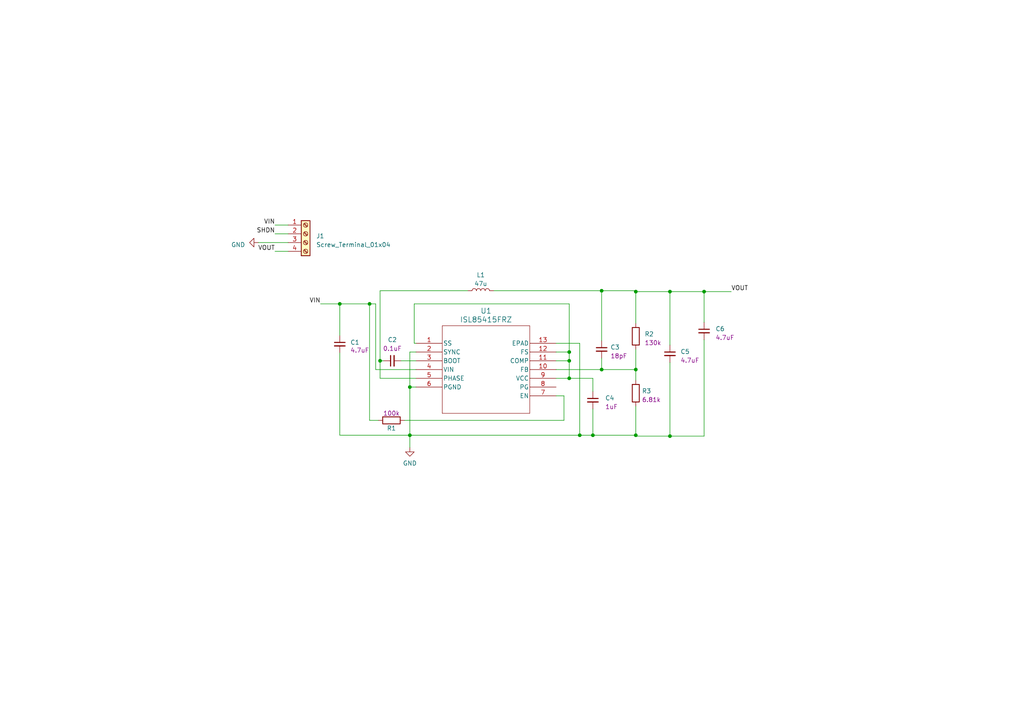
<source format=kicad_sch>
(kicad_sch (version 20230121) (generator eeschema)
  (paper "A4")
  (lib_symbols
    (symbol "2023-06-20_21-59-48:ISL85415FRZ" (pin_names (offset 0.254))
      (property "Reference" "U" (at 20.32 10.16 0))
      (property "Value" "ISL85415FRZ" (at 20.32 7.62 0))
      (symbol "ISL85415FRZ_0_1"
        (polyline (pts (xy 7.62 -20.32) (xy 33.02 -20.32)) (stroke (width 0.127)))
        (polyline (pts (xy 7.62 5.08) (xy 7.62 -20.32)) (stroke (width 0.127)))
        (polyline (pts (xy 33.02 -20.32) (xy 33.02 5.08)) (stroke (width 0.127)))
        (polyline (pts (xy 33.02 5.08) (xy 7.62 5.08)) (stroke (width 0.127)))
        (pin output line (at 0 0 0) (length 7.62) (name "SS") (number "1"))
        (pin input line (at 40.64 -7.62 180) (length 7.62) (name "FB") (number "10"))
        (pin output line (at 40.64 -5.08 180) (length 7.62) (name "COMP") (number "11"))
        (pin unspecified line (at 40.64 -2.54 180) (length 7.62) (name "FS") (number "12"))
        (pin unspecified line (at 40.64 0 180) (length 7.62) (name "EPAD") (number "13"))
        (pin input line (at 0 -2.54 0) (length 7.62) (name "SYNC") (number "2"))
        (pin unspecified line (at 0 -5.08 0) (length 7.62) (name "BOOT") (number "3"))
        (pin input line (at 0 -7.62 0) (length 7.62) (name "VIN") (number "4"))
        (pin output line (at 0 -10.16 0) (length 7.62) (name "PHASE") (number "5"))
        (pin power_in line (at 0 -12.7 0) (length 7.62) (name "PGND") (number "6"))
        (pin input line (at 40.64 -15.24 180) (length 7.62) (name "EN") (number "7"))
        (pin output line (at 40.64 -12.7 180) (length 7.62) (name "PG") (number "8"))
        (pin power_in line (at 40.64 -10.16 180) (length 7.62) (name "VCC") (number "9"))
      )
    )
    (symbol "Connector:Screw_Terminal_01x04" (pin_names (offset 1.016) hide)
      (property "Reference" "J" (at 0 5.08 0))
      (property "Value" "Screw_Terminal_01x04" (at 0 -7.62 0))
      (symbol "Screw_Terminal_01x04_1_1"
        (rectangle (start -1.27 3.81) (end 1.27 -6.35) (stroke (width 0.254)) (fill (type background)))
        (circle (center 0 -5.08) (radius 0.635) (stroke (width 0.1524)))
        (circle (center 0 -2.54) (radius 0.635) (stroke (width 0.1524)))
        (polyline (pts (xy -0.5334 -4.7498) (xy 0.3302 -5.588)) (stroke (width 0.1524)))
        (polyline (pts (xy -0.5334 -2.2098) (xy 0.3302 -3.048)) (stroke (width 0.1524)))
        (polyline (pts (xy -0.5334 0.3302) (xy 0.3302 -0.508)) (stroke (width 0.1524)))
        (polyline (pts (xy -0.5334 2.8702) (xy 0.3302 2.032)) (stroke (width 0.1524)))
        (polyline (pts (xy -0.3556 -4.572) (xy 0.508 -5.4102)) (stroke (width 0.1524)))
        (polyline (pts (xy -0.3556 -2.032) (xy 0.508 -2.8702)) (stroke (width 0.1524)))
        (polyline (pts (xy -0.3556 0.508) (xy 0.508 -0.3302)) (stroke (width 0.1524)))
        (polyline (pts (xy -0.3556 3.048) (xy 0.508 2.2098)) (stroke (width 0.1524)))
        (circle (center 0 0) (radius 0.635) (stroke (width 0.1524)))
        (circle (center 0 2.54) (radius 0.635) (stroke (width 0.1524)))
        (pin passive line (at -5.08 2.54 0) (length 3.81) (name "Pin_1") (number "1"))
        (pin passive line (at -5.08 0 0) (length 3.81) (name "Pin_2") (number "2"))
        (pin passive line (at -5.08 -2.54 0) (length 3.81) (name "Pin_3") (number "3"))
        (pin passive line (at -5.08 -5.08 0) (length 3.81) (name "Pin_4") (number "4"))
      )
    )
    (symbol "Device:L" (pin_numbers hide) (pin_names (offset 1.016) hide)
      (property "Reference" "L" (at -1.27 0 90))
      (property "Value" "L" (at 1.905 0 90))
      (symbol "L_0_1"
        (arc (start 0 -2.54) (mid 0.6323 -1.905) (end 0 -1.27))
        (arc (start 0 -1.27) (mid 0.6323 -0.635) (end 0 0))
        (arc (start 0 0) (mid 0.6323 0.635) (end 0 1.27))
        (arc (start 0 1.27) (mid 0.6323 1.905) (end 0 2.54))
      )
      (symbol "L_1_1"
        (pin passive line (at 0 3.81 270) (length 1.27) (name "1") (number "1"))
        (pin passive line (at 0 -3.81 90) (length 1.27) (name "2") (number "2"))
      )
    )
    (symbol "PCM_4ms_Capacitor:100nF_0603_16V" (pin_numbers hide) (pin_names (offset 0.254) hide)
      (property "Reference" "C" (at 1.905 1.27 0))
      (property "Display" "0.1uF" (at 1.905 -1.27 0))
      (symbol "100nF_0603_16V_0_1"
        (polyline (pts (xy -1.524 -0.508) (xy 1.524 -0.508)) (stroke (width 0.3302)))
        (polyline (pts (xy -1.524 0.508) (xy 1.524 0.508)) (stroke (width 0.3048)))
      )
      (symbol "100nF_0603_16V_1_1"
        (pin passive line (at 0 2.54 270) (length 2.032) (name "~") (number "1"))
        (pin passive line (at 0 -2.54 90) (length 2.032) (name "~") (number "2"))
      )
    )
    (symbol "PCM_4ms_Capacitor:18pF_0603_50V" (pin_numbers hide) (pin_names (offset 0.254) hide)
      (property "Reference" "C" (at 1.905 1.27 0))
      (property "Display" "18pF" (at 1.905 -1.27 0))
      (symbol "18pF_0603_50V_0_1"
        (polyline (pts (xy -1.524 -0.508) (xy 1.524 -0.508)) (stroke (width 0.3302)))
        (polyline (pts (xy -1.524 0.508) (xy 1.524 0.508)) (stroke (width 0.3048)))
      )
      (symbol "18pF_0603_50V_1_1"
        (pin passive line (at 0 2.54 270) (length 2.032) (name "~") (number "1"))
        (pin passive line (at 0 -2.54 90) (length 2.032) (name "~") (number "2"))
      )
    )
    (symbol "PCM_4ms_Capacitor:1uF_0603_25V" (pin_numbers hide) (pin_names (offset 0.254) hide)
      (property "Reference" "C" (at 1.905 1.27 0))
      (property "Display" "1uF/25V" (at 1.905 -1.27 0))
      (symbol "1uF_0603_25V_0_1"
        (polyline (pts (xy -1.524 -0.508) (xy 1.524 -0.508)) (stroke (width 0.3302)))
        (polyline (pts (xy -1.524 0.508) (xy 1.524 0.508)) (stroke (width 0.3048)))
      )
      (symbol "1uF_0603_25V_1_1"
        (pin passive line (at 0 2.54 270) (length 2.032) (name "~") (number "1"))
        (pin passive line (at 0 -2.54 90) (length 2.032) (name "~") (number "2"))
      )
    )
    (symbol "PCM_4ms_Capacitor:4.7uF_1206_lowESR" (pin_numbers hide) (pin_names (offset 0.254) hide)
      (property "Reference" "C" (at 1.905 1.27 0))
      (property "Display" "4.7uF/16V/100mΩ" (at 1.905 -1.27 0))
      (symbol "4.7uF_1206_lowESR_0_1"
        (polyline (pts (xy -1.524 -0.508) (xy 1.524 -0.508)) (stroke (width 0.3302)))
        (polyline (pts (xy -1.524 0.508) (xy 1.524 0.508)) (stroke (width 0.3048)))
      )
      (symbol "4.7uF_1206_lowESR_1_1"
        (pin passive line (at 0 2.54 270) (length 2.032) (name "~") (number "1"))
        (pin passive line (at 0 -2.54 90) (length 2.032) (name "~") (number "2"))
      )
    )
    (symbol "PCM_4ms_Power-symbol:GND" (power) (pin_names (offset 0))
      (property "Value" "GND" (at 0 -3.81 0))
      (symbol "GND_0_1"
        (polyline (pts (xy 0 0) (xy 0 -1.27) (xy 1.27 -1.27) (xy 0 -2.54) (xy -1.27 -1.27) (xy 0 -1.27)))
      )
      (symbol "GND_1_1"
        (pin power_in line (at 0 0 270) (length 0) hide (name "GND") (number "1"))
      )
    )
    (symbol "PCM_4ms_Resistor:100k_0603" (pin_numbers hide) (pin_names (offset 0))
      (property "Reference" "R" (at 2.032 0 90))
      (property "Display" "100k" (at 3.81 0 90))
      (symbol "100k_0603_0_1"
        (rectangle (start -1.016 -2.54) (end 1.016 2.54) (stroke (width 0.254)))
      )
      (symbol "100k_0603_1_1"
        (pin passive line (at 0 3.81 270) (length 1.27) (name "~") (number "1"))
        (pin passive line (at 0 -3.81 90) (length 1.27) (name "~") (number "2"))
      )
    )
  )
  (junction (at 174.498 107.188))
  (junction (at 118.872 126.238))
  (junction (at 184.404 84.582))
  (junction (at 194.31 84.582))
  (junction (at 204.216 84.582))
  (junction (at 194.31 126.492))
  (junction (at 174.498 84.328))
  (junction (at 165.1 102.108))
  (junction (at 107.188 88.138))
  (junction (at 110.236 104.648))
  (junction (at 118.872 112.268))
  (junction (at 165.1 109.728))
  (junction (at 184.404 126.238))
  (junction (at 98.552 88.138))
  (junction (at 168.148 126.238))
  (junction (at 171.958 126.238))
  (junction (at 165.1 104.648))
  (junction (at 184.404 107.188))
  (wire (pts (xy 163.576 121.92) (xy 117.348 121.92)))
  (wire (pts (xy 98.552 88.138) (xy 107.188 88.138)))
  (wire (pts (xy 171.958 109.728) (xy 165.1 109.728)))
  (wire (pts (xy 171.958 113.538) (xy 171.958 109.728)))
  (wire (pts (xy 204.216 93.472) (xy 204.216 84.582)))
  (wire (pts (xy 120.65 109.728) (xy 110.236 109.728)))
  (wire (pts (xy 120.142 99.568) (xy 120.65 99.568)))
  (wire (pts (xy 107.188 121.92) (xy 109.728 121.92)))
  (wire (pts (xy 98.552 88.138) (xy 98.552 97.282)))
  (wire (pts (xy 118.872 112.268) (xy 120.65 112.268)))
  (wire (pts (xy 174.498 107.188) (xy 174.498 103.886)))
  (wire (pts (xy 118.872 126.238) (xy 168.148 126.238)))
  (wire (pts (xy 165.1 102.108) (xy 165.1 104.648)))
  (wire (pts (xy 161.29 109.728) (xy 165.1 109.728)))
  (wire (pts (xy 174.498 84.328) (xy 143.256 84.328)))
  (wire (pts (xy 120.142 88.138) (xy 120.142 99.568)))
  (wire (pts (xy 118.872 102.108) (xy 118.872 112.268)))
  (wire (pts (xy 165.1 88.138) (xy 165.1 102.108)))
  (wire (pts (xy 118.872 102.108) (xy 120.65 102.108)))
  (wire (pts (xy 165.1 104.648) (xy 165.1 109.728)))
  (wire (pts (xy 107.188 88.138) (xy 107.188 121.92)))
  (wire (pts (xy 108.966 107.188) (xy 120.65 107.188)))
  (wire (pts (xy 194.31 105.156) (xy 194.31 126.492)))
  (wire (pts (xy 107.188 88.138) (xy 108.966 88.138)))
  (wire (pts (xy 161.29 99.568) (xy 168.148 99.568)))
  (wire (pts (xy 165.1 88.138) (xy 120.142 88.138)))
  (wire (pts (xy 98.552 126.238) (xy 118.872 126.238)))
  (wire (pts (xy 184.404 84.582) (xy 194.31 84.582)))
  (wire (pts (xy 135.636 84.328) (xy 110.236 84.328)))
  (wire (pts (xy 116.332 104.648) (xy 120.65 104.648)))
  (wire (pts (xy 171.958 118.618) (xy 171.958 126.238)))
  (wire (pts (xy 163.576 114.808) (xy 163.576 121.92)))
  (wire (pts (xy 161.29 102.108) (xy 165.1 102.108)))
  (wire (pts (xy 98.552 88.138) (xy 92.964 88.138)))
  (wire (pts (xy 83.566 70.358) (xy 74.93 70.358)))
  (wire (pts (xy 184.404 101.346) (xy 184.404 107.188)))
  (wire (pts (xy 110.236 109.728) (xy 110.236 104.648)))
  (wire (pts (xy 174.498 84.328) (xy 174.498 98.806)))
  (wire (pts (xy 204.216 98.552) (xy 204.216 126.492)))
  (wire (pts (xy 98.552 102.362) (xy 98.552 126.238)))
  (wire (pts (xy 110.236 84.328) (xy 110.236 104.648)))
  (wire (pts (xy 194.31 84.582) (xy 194.31 100.076)))
  (wire (pts (xy 184.404 117.856) (xy 184.404 126.238)))
  (wire (pts (xy 161.29 107.188) (xy 174.498 107.188)))
  (wire (pts (xy 161.29 104.648) (xy 165.1 104.648)))
  (wire (pts (xy 83.566 67.818) (xy 79.756 67.818)))
  (wire (pts (xy 184.404 84.582) (xy 184.404 93.726)))
  (wire (pts (xy 184.404 107.188) (xy 184.404 110.236)))
  (wire (pts (xy 174.498 107.188) (xy 184.404 107.188)))
  (wire (pts (xy 163.576 114.808) (xy 161.29 114.808)))
  (wire (pts (xy 204.216 84.582) (xy 212.09 84.582)))
  (wire (pts (xy 204.216 126.492) (xy 194.31 126.492)))
  (wire (pts (xy 184.404 126.492) (xy 184.404 126.238)))
  (wire (pts (xy 184.404 126.492) (xy 194.31 126.492)))
  (wire (pts (xy 184.404 84.328) (xy 174.498 84.328)))
  (wire (pts (xy 171.958 126.238) (xy 184.404 126.238)))
  (wire (pts (xy 194.31 84.582) (xy 204.216 84.582)))
  (wire (pts (xy 118.872 126.238) (xy 118.872 129.794)))
  (wire (pts (xy 168.148 126.238) (xy 171.958 126.238)))
  (wire (pts (xy 110.236 104.648) (xy 111.252 104.648)))
  (wire (pts (xy 79.756 65.278) (xy 83.566 65.278)))
  (wire (pts (xy 168.148 99.568) (xy 168.148 126.238)))
  (wire (pts (xy 108.966 88.138) (xy 108.966 107.188)))
  (wire (pts (xy 79.756 72.898) (xy 83.566 72.898)))
  (wire (pts (xy 184.404 84.328) (xy 184.404 84.582)))
  (wire (pts (xy 118.872 112.268) (xy 118.872 126.238)))
  (label "VIN" (at 79.756 65.278 180))
  (label "VIN" (at 92.964 88.138 180))
  (label "VOUT" (at 212.09 84.582 0))
  (label "VOUT" (at 79.756 72.898 180))
  (label "SHDN" (at 79.756 67.818 180))
  (symbol (lib_id "PCM_4ms_Capacitor:1uF_0603_25V") (at 171.958 116.078 0) (unit 1)
    (property "Reference" "C4" (at 175.514 115.4493 0) (effects (justify left)))
    (property "Value" "1uF_0603_25V" (effects hide))
    (property "Footprint" "PCM_4ms_Capacitor:C_0603" (effects hide))
    (property "Specifications" "1uF, Min. 25V, 0603, Ceramic/MLCC" (effects hide))
    (property "Manufacturer" "Murata" (effects hide))
    (property "Part Number" "GRM188R61E105KA12D" (effects hide))
    (property "Display" "1uF" (at 175.514 117.9893 0) (effects (justify left)))
    (property "JLCPCB ID" "C15849" (effects hide))
  )
  (symbol (lib_id "PCM_4ms_Power-symbol:GND") (at 74.93 70.358 270) (unit 1)
    (property "Reference" "#PWR01" (effects hide))
    (property "Value" "GND" (at 71.12 70.993 90) (effects (justify right)))
  )
  (symbol (lib_id "PCM_4ms_Capacitor:4.7uF_1206_lowESR") (at 98.552 99.822 0) (unit 1)
    (property "Reference" "C1" (at 101.6 99.314 0) (effects (justify left)))
    (property "Value" "4.7uF_1206_lowESR" (effects hide))
    (property "Footprint" "PCM_4ms_Capacitor:C_1206" (effects hide))
    (property "Specifications" "4.7uF, Min. 16V, ESR<=100mΩ@1MHz, 1206, MLCC" (effects hide))
    (property "Manufacturer" "Taiyo Yuden" (effects hide))
    (property "Part Number" "EMF316AB7475KLHT" (effects hide))
    (property "Display" "4.7uF" (at 101.6 101.6 0) (effects (justify left)))
  )
  (symbol (lib_id "PCM_4ms_Resistor:100k_0603") (at 184.404 114.046 0) (unit 1)
    (property "Reference" "R3" (at 186.182 113.411 0) (effects (justify left)))
    (property "Value" "6.81k" (effects hide))
    (property "Footprint" "PCM_4ms_Resistor:R_0603" (effects hide))
    (property "Specifications" "100K, 1%, 1/10W, 0603" (effects hide))
    (property "Manufacturer" "Yageo" (effects hide))
    (property "Part Number" "RC0603FR-07100KL" (effects hide))
    (property "Display" "6.81k" (at 186.182 115.951 0) (effects (justify left)))
    (property "JLCPCB ID" "C25803" (effects hide))
  )
  (symbol (lib_id "PCM_4ms_Capacitor:100nF_0603_16V") (at 113.792 104.648 90) (unit 1)
    (property "Reference" "C2" (at 113.7983 98.552 90))
    (property "Value" "100nF_0603_16V" (effects hide))
    (property "Footprint" "PCM_4ms_Capacitor:C_0603" (effects hide))
    (property "Specifications" "0.1uF, Min. 16V 10%, X7R or X5R or similar" (effects hide))
    (property "Manufacturer" "AVX Corporation" (effects hide))
    (property "Part Number" "0603YC104KAT2A" (effects hide))
    (property "Display" "0.1uF" (at 113.7983 101.092 90))
    (property "JLCPCB ID" "C14663" (effects hide))
  )
  (symbol (lib_id "Connector:Screw_Terminal_01x04") (at 88.646 67.818 0) (unit 1)
    (property "Reference" "J1" (at 91.694 68.453 0) (effects (justify left)))
    (property "Value" "Screw_Terminal_01x04" (at 91.694 70.993 0) (effects (justify left)))
    (property "Footprint" "Connector_PinHeader_2.54mm:PinHeader_1x04_P2.54mm_Vertical" (effects hide))
  )
  (symbol (lib_id "Device:L") (at 139.446 84.328 90) (unit 1)
    (property "Reference" "L1" (at 139.446 79.756 90))
    (property "Value" "47u" (at 139.446 82.296 90))
    (property "Footprint" "TYS4012100:IND_TYS4012100M-10" (effects hide))
  )
  (symbol (lib_id "PCM_4ms_Resistor:100k_0603") (at 113.538 121.92 90) (unit 1)
    (property "Reference" "R1" (at 113.538 124.206 90))
    (property "Value" "100k_0603" (effects hide))
    (property "Footprint" "PCM_4ms_Resistor:R_0603" (effects hide))
    (property "Specifications" "100K, 1%, 1/10W, 0603" (effects hide))
    (property "Manufacturer" "Yageo" (effects hide))
    (property "Part Number" "RC0603FR-07100KL" (effects hide))
    (property "Display" "100k" (at 113.538 119.888 90))
    (property "JLCPCB ID" "C25803" (effects hide))
  )
  (symbol (lib_id "PCM_4ms_Capacitor:4.7uF_1206_lowESR") (at 204.216 96.012 0) (unit 1)
    (property "Reference" "C6" (at 207.518 95.3833 0) (effects (justify left)))
    (property "Value" "4.7uF_1206_lowESR" (effects hide))
    (property "Footprint" "PCM_4ms_Capacitor:C_1206" (effects hide))
    (property "Specifications" "4.7uF, Min. 16V, ESR<=100mΩ@1MHz, 1206, MLCC" (effects hide))
    (property "Manufacturer" "Taiyo Yuden" (effects hide))
    (property "Part Number" "EMF316AB7475KLHT" (effects hide))
    (property "Display" "4.7uF" (at 207.518 97.9233 0) (effects (justify left)))
  )
  (symbol (lib_id "PCM_4ms_Resistor:100k_0603") (at 184.404 97.536 180) (unit 1)
    (property "Reference" "R2" (at 186.944 96.901 0) (effects (justify right)))
    (property "Value" "130k" (effects hide))
    (property "Footprint" "PCM_4ms_Resistor:R_0603" (effects hide))
    (property "Specifications" "100K, 1%, 1/10W, 0603" (effects hide))
    (property "Manufacturer" "Yageo" (effects hide))
    (property "Part Number" "RC0603FR-07100KL" (effects hide))
    (property "Display" "130k" (at 186.944 99.441 0) (effects (justify right)))
    (property "JLCPCB ID" "C25803" (effects hide))
  )
  (symbol (lib_id "PCM_4ms_Capacitor:4.7uF_1206_lowESR") (at 194.31 102.616 0) (unit 1)
    (property "Reference" "C5" (at 197.358 101.9873 0) (effects (justify left)))
    (property "Value" "4.7uF_1206_lowESR" (effects hide))
    (property "Footprint" "PCM_4ms_Capacitor:C_1206" (effects hide))
    (property "Specifications" "4.7uF, Min. 16V, ESR<=100mΩ@1MHz, 1206, MLCC" (effects hide))
    (property "Manufacturer" "Taiyo Yuden" (effects hide))
    (property "Part Number" "EMF316AB7475KLHT" (effects hide))
    (property "Display" "4.7uF" (at 197.358 104.5273 0) (effects (justify left)))
  )
  (symbol (lib_id "PCM_4ms_Power-symbol:GND") (at 118.872 129.794 0) (unit 1)
    (property "Reference" "#PWR02" (effects hide))
    (property "Value" "GND" (at 118.872 134.366 0))
  )
  (symbol (lib_id "2023-06-20_21-59-48:ISL85415FRZ") (at 120.65 99.568 0) (unit 1)
    (property "Reference" "U1" (at 140.97 90.17 0) (effects (font (size 1.524 1.524))))
    (property "Value" "ISL85415FRZ" (at 140.97 92.71 0) (effects (font (size 1.524 1.524))))
    (property "Footprint" "DFN12_4X3_INR" (effects hide))
    (property "Datasheet" "ISL85415FRZ" (effects hide))
  )
  (symbol (lib_id "PCM_4ms_Capacitor:18pF_0603_50V") (at 174.498 101.346 0) (unit 1)
    (property "Reference" "C3" (at 177.038 100.7173 0) (effects (justify left)))
    (property "Value" "18pF_0603_50V" (effects hide))
    (property "Footprint" "PCM_4ms_Capacitor:C_0603" (effects hide))
    (property "Specifications" "18pF, 50V 5% C0G (NP0) 0603" (effects hide))
    (property "Manufacturer" "Kemet" (effects hide))
    (property "Part Number" "C0603C180J5GACTU" (effects hide))
    (property "Display" "18pF" (at 177.038 103.2573 0) (effects (justify left)))
    (property "JLCPCB ID" "C1647" (effects hide))
  )
)
</source>
